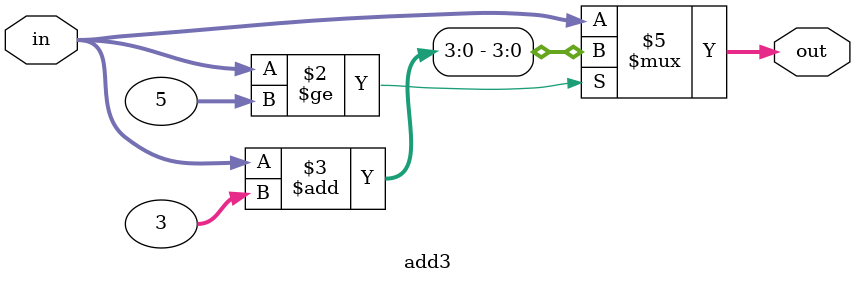
<source format=sv>
`timescale 1ns / 1ps

module add3 (
input [3:0] in, 
output reg [3:0] out
);

always @* 
    begin
        if (in >= 5)
            out = in + 3; 
        else
            out = in;
    end  

endmodule //add3


</source>
